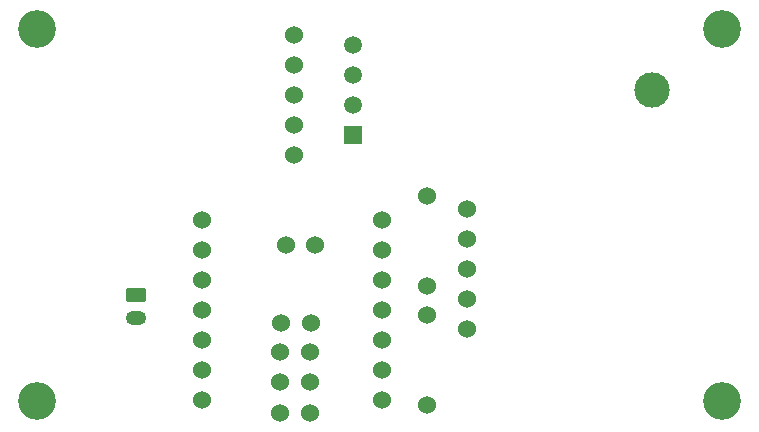
<source format=gbr>
%TF.GenerationSoftware,KiCad,Pcbnew,9.0.4*%
%TF.CreationDate,2025-08-19T16:45:46+02:00*%
%TF.ProjectId,XIAOC6_Occupancy_Battery,5849414f-4336-45f4-9f63-637570616e63,rev?*%
%TF.SameCoordinates,Original*%
%TF.FileFunction,Soldermask,Bot*%
%TF.FilePolarity,Negative*%
%FSLAX46Y46*%
G04 Gerber Fmt 4.6, Leading zero omitted, Abs format (unit mm)*
G04 Created by KiCad (PCBNEW 9.0.4) date 2025-08-19 16:45:46*
%MOMM*%
%LPD*%
G01*
G04 APERTURE LIST*
G04 Aperture macros list*
%AMRoundRect*
0 Rectangle with rounded corners*
0 $1 Rounding radius*
0 $2 $3 $4 $5 $6 $7 $8 $9 X,Y pos of 4 corners*
0 Add a 4 corners polygon primitive as box body*
4,1,4,$2,$3,$4,$5,$6,$7,$8,$9,$2,$3,0*
0 Add four circle primitives for the rounded corners*
1,1,$1+$1,$2,$3*
1,1,$1+$1,$4,$5*
1,1,$1+$1,$6,$7*
1,1,$1+$1,$8,$9*
0 Add four rect primitives between the rounded corners*
20,1,$1+$1,$2,$3,$4,$5,0*
20,1,$1+$1,$4,$5,$6,$7,0*
20,1,$1+$1,$6,$7,$8,$9,0*
20,1,$1+$1,$8,$9,$2,$3,0*%
G04 Aperture macros list end*
%ADD10C,3.000000*%
%ADD11R,1.500000X1.500000*%
%ADD12C,1.500000*%
%ADD13RoundRect,0.250000X-0.625000X0.350000X-0.625000X-0.350000X0.625000X-0.350000X0.625000X0.350000X0*%
%ADD14O,1.750000X1.200000*%
%ADD15C,3.200000*%
%ADD16C,1.524000*%
G04 APERTURE END LIST*
D10*
%TO.C,U3*%
X139592500Y-33690000D03*
D11*
X114292500Y-37500000D03*
D12*
X114292500Y-34960000D03*
X114292500Y-32420000D03*
X114292500Y-29880000D03*
%TD*%
D13*
%TO.C,J1*%
X95850000Y-51000000D03*
D14*
X95850000Y-53000000D03*
%TD*%
D15*
%TO.C,H2*%
X145500000Y-60000000D03*
%TD*%
D16*
%TO.C,U2*%
X116740000Y-59920000D03*
X116740000Y-57380000D03*
X116740000Y-54840000D03*
X116740000Y-52300000D03*
X116740000Y-49760000D03*
X116740000Y-47220000D03*
X116740000Y-44680000D03*
X101500000Y-44680000D03*
X101500000Y-47220000D03*
X101500000Y-49760000D03*
X101500000Y-52300000D03*
X101500000Y-54840000D03*
X101500000Y-57380000D03*
X101500000Y-59920000D03*
X111075000Y-46800000D03*
X108575000Y-46800000D03*
X110575000Y-61000000D03*
X108075000Y-61000000D03*
X110575000Y-58400000D03*
X108075000Y-58400000D03*
X110575000Y-55900000D03*
X108075000Y-55900000D03*
X110675000Y-53400000D03*
X108175000Y-53400000D03*
%TD*%
D15*
%TO.C,H4*%
X87500000Y-28500000D03*
%TD*%
D16*
%TO.C,R1*%
X120500000Y-60310000D03*
X120500000Y-52690000D03*
%TD*%
D15*
%TO.C,H3*%
X87500000Y-60000000D03*
%TD*%
%TO.C,H1*%
X145500000Y-28500000D03*
%TD*%
D16*
%TO.C,R2*%
X120500000Y-50310000D03*
X120500000Y-42690000D03*
%TD*%
%TO.C,U4*%
X123876600Y-43762100D03*
X123876600Y-46302100D03*
X123876600Y-53922100D03*
X123876600Y-51382100D03*
X123876600Y-48842100D03*
%TD*%
%TO.C,U1*%
X109270000Y-39207000D03*
X109270000Y-36667000D03*
X109270000Y-34127000D03*
X109270000Y-31587000D03*
X109270000Y-29047000D03*
%TD*%
M02*

</source>
